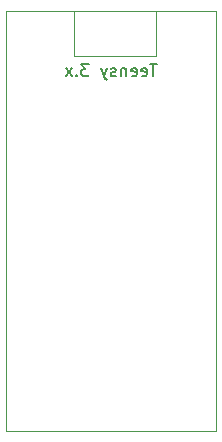
<source format=gbr>
G04 #@! TF.GenerationSoftware,KiCad,Pcbnew,(5.1.5-0-10_14)*
G04 #@! TF.CreationDate,2020-10-22T20:12:41+02:00*
G04 #@! TF.ProjectId,es_twister,65735f74-7769-4737-9465-722e6b696361,rev?*
G04 #@! TF.SameCoordinates,Original*
G04 #@! TF.FileFunction,Legend,Bot*
G04 #@! TF.FilePolarity,Positive*
%FSLAX46Y46*%
G04 Gerber Fmt 4.6, Leading zero omitted, Abs format (unit mm)*
G04 Created by KiCad (PCBNEW (5.1.5-0-10_14)) date 2020-10-22 20:12:41*
%MOMM*%
%LPD*%
G04 APERTURE LIST*
%ADD10C,0.120000*%
%ADD11C,0.150000*%
G04 APERTURE END LIST*
D10*
X135890000Y-69850000D02*
X153670000Y-69850000D01*
X153670000Y-69850000D02*
X153670000Y-105410000D01*
X153670000Y-105410000D02*
X135890000Y-105410000D01*
X135890000Y-105410000D02*
X135890000Y-69850000D01*
X141605000Y-69850000D02*
X141605000Y-73660000D01*
X141605000Y-73660000D02*
X148590000Y-73660000D01*
X148590000Y-73660000D02*
X148590000Y-69850000D01*
D11*
X148660952Y-74382380D02*
X148089523Y-74382380D01*
X148375238Y-75382380D02*
X148375238Y-74382380D01*
X147375238Y-75334761D02*
X147470476Y-75382380D01*
X147660952Y-75382380D01*
X147756190Y-75334761D01*
X147803809Y-75239523D01*
X147803809Y-74858571D01*
X147756190Y-74763333D01*
X147660952Y-74715714D01*
X147470476Y-74715714D01*
X147375238Y-74763333D01*
X147327619Y-74858571D01*
X147327619Y-74953809D01*
X147803809Y-75049047D01*
X146518095Y-75334761D02*
X146613333Y-75382380D01*
X146803809Y-75382380D01*
X146899047Y-75334761D01*
X146946666Y-75239523D01*
X146946666Y-74858571D01*
X146899047Y-74763333D01*
X146803809Y-74715714D01*
X146613333Y-74715714D01*
X146518095Y-74763333D01*
X146470476Y-74858571D01*
X146470476Y-74953809D01*
X146946666Y-75049047D01*
X146041904Y-74715714D02*
X146041904Y-75382380D01*
X146041904Y-74810952D02*
X145994285Y-74763333D01*
X145899047Y-74715714D01*
X145756190Y-74715714D01*
X145660952Y-74763333D01*
X145613333Y-74858571D01*
X145613333Y-75382380D01*
X145184761Y-75334761D02*
X145089523Y-75382380D01*
X144899047Y-75382380D01*
X144803809Y-75334761D01*
X144756190Y-75239523D01*
X144756190Y-75191904D01*
X144803809Y-75096666D01*
X144899047Y-75049047D01*
X145041904Y-75049047D01*
X145137142Y-75001428D01*
X145184761Y-74906190D01*
X145184761Y-74858571D01*
X145137142Y-74763333D01*
X145041904Y-74715714D01*
X144899047Y-74715714D01*
X144803809Y-74763333D01*
X144422857Y-74715714D02*
X144184761Y-75382380D01*
X143946666Y-74715714D02*
X144184761Y-75382380D01*
X144280000Y-75620476D01*
X144327619Y-75668095D01*
X144422857Y-75715714D01*
X142899047Y-74382380D02*
X142280000Y-74382380D01*
X142613333Y-74763333D01*
X142470476Y-74763333D01*
X142375238Y-74810952D01*
X142327619Y-74858571D01*
X142280000Y-74953809D01*
X142280000Y-75191904D01*
X142327619Y-75287142D01*
X142375238Y-75334761D01*
X142470476Y-75382380D01*
X142756190Y-75382380D01*
X142851428Y-75334761D01*
X142899047Y-75287142D01*
X141851428Y-75287142D02*
X141803809Y-75334761D01*
X141851428Y-75382380D01*
X141899047Y-75334761D01*
X141851428Y-75287142D01*
X141851428Y-75382380D01*
X141470476Y-75382380D02*
X140946666Y-74715714D01*
X141470476Y-74715714D02*
X140946666Y-75382380D01*
M02*

</source>
